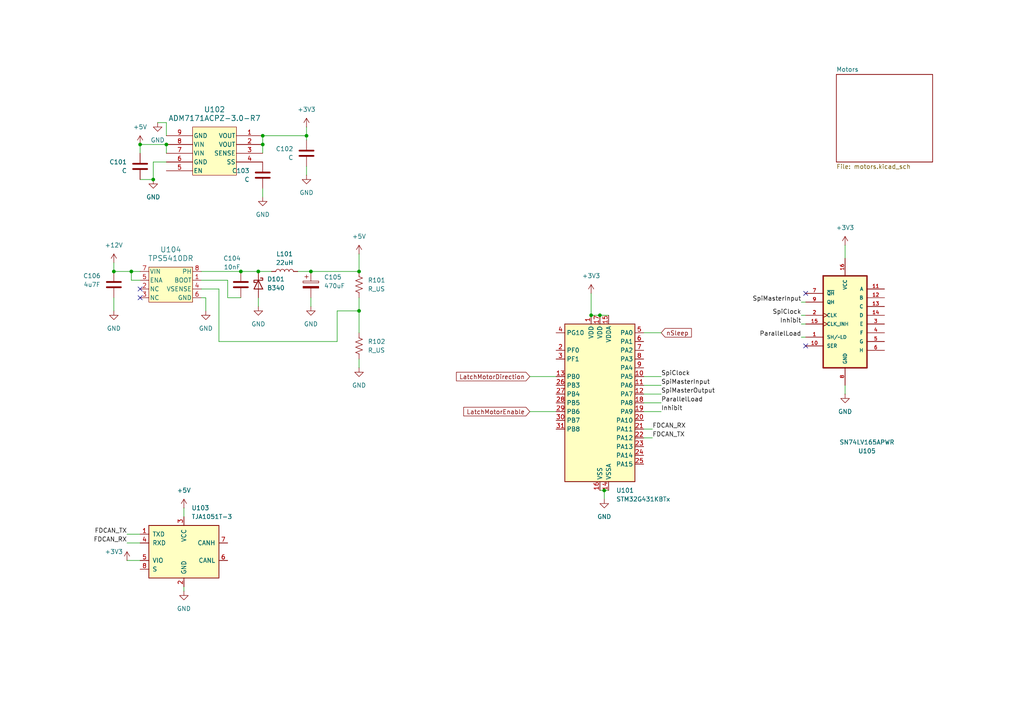
<source format=kicad_sch>
(kicad_sch (version 20231120) (generator "eeschema") (generator_version "8.0")
  (paper "A4")
  (lib_symbols
    (symbol "Device:C" (pin_numbers hide) (pin_names (offset 0.254))
      (property "Reference" "C" (at 0.635 2.54 0))
      (property "Value" "C" (at 0.635 -2.54 0))
      (symbol "C_0_1"
        (polyline (pts (xy -2.032 -0.762) (xy 2.032 -0.762)) (stroke (width 0.508)))
        (polyline (pts (xy -2.032 0.762) (xy 2.032 0.762)) (stroke (width 0.508)))
      )
      (symbol "C_1_1"
        (pin passive line (at 0 3.81 270) (length 2.794) (name "~") (number "1"))
        (pin passive line (at 0 -3.81 90) (length 2.794) (name "~") (number "2"))
      )
    )
    (symbol "Device:C_Polarized" (pin_numbers hide) (pin_names (offset 0.254))
      (property "Reference" "C" (at 0.635 2.54 0))
      (property "Value" "C_Polarized" (at 0.635 -2.54 0))
      (symbol "C_Polarized_0_1"
        (rectangle (start -2.286 0.508) (end 2.286 1.016))
        (polyline (pts (xy -1.778 2.286) (xy -0.762 2.286)))
        (polyline (pts (xy -1.27 2.794) (xy -1.27 1.778)))
        (rectangle (start 2.286 -0.508) (end -2.286 -1.016) (fill (type outline)))
      )
      (symbol "C_Polarized_1_1"
        (pin passive line (at 0 3.81 270) (length 2.794) (name "~") (number "1"))
        (pin passive line (at 0 -3.81 90) (length 2.794) (name "~") (number "2"))
      )
    )
    (symbol "Device:L" (pin_numbers hide) (pin_names (offset 1.016) hide)
      (property "Reference" "L" (at -1.27 0 90))
      (property "Value" "L" (at 1.905 0 90))
      (symbol "L_0_1"
        (arc (start 0 -2.54) (mid 0.6323 -1.905) (end 0 -1.27))
        (arc (start 0 -1.27) (mid 0.6323 -0.635) (end 0 0))
        (arc (start 0 0) (mid 0.6323 0.635) (end 0 1.27))
        (arc (start 0 1.27) (mid 0.6323 1.905) (end 0 2.54))
      )
      (symbol "L_1_1"
        (pin passive line (at 0 3.81 270) (length 1.27) (name "1") (number "1"))
        (pin passive line (at 0 -3.81 90) (length 1.27) (name "2") (number "2"))
      )
    )
    (symbol "Device:R_US" (pin_numbers hide) (pin_names (offset 0))
      (property "Reference" "R" (at 2.54 0 90))
      (property "Value" "R_US" (at -2.54 0 90))
      (symbol "R_US_0_1"
        (polyline (pts (xy 0 -2.286) (xy 0 -2.54)))
        (polyline (pts (xy 0 2.286) (xy 0 2.54)))
        (polyline (pts (xy 0 -0.762) (xy 1.016 -1.143) (xy 0 -1.524) (xy -1.016 -1.905) (xy 0 -2.286)))
        (polyline (pts (xy 0 0.762) (xy 1.016 0.381) (xy 0 0) (xy -1.016 -0.381) (xy 0 -0.762)))
        (polyline (pts (xy 0 2.286) (xy 1.016 1.905) (xy 0 1.524) (xy -1.016 1.143) (xy 0 0.762)))
      )
      (symbol "R_US_1_1"
        (pin passive line (at 0 3.81 270) (length 1.27) (name "~") (number "1"))
        (pin passive line (at 0 -3.81 90) (length 1.27) (name "~") (number "2"))
      )
    )
    (symbol "Diode:B340" (pin_numbers hide) (pin_names (offset 1.016) hide)
      (property "Reference" "D" (at 0 2.54 0))
      (property "Value" "B340" (at 0 -2.54 0))
      (symbol "B340_0_1"
        (polyline (pts (xy 1.27 0) (xy -1.27 0)))
        (polyline (pts (xy 1.27 1.27) (xy 1.27 -1.27) (xy -1.27 0) (xy 1.27 1.27)) (stroke (width 0.254)))
        (polyline (pts (xy -1.905 0.635) (xy -1.905 1.27) (xy -1.27 1.27) (xy -1.27 -1.27) (xy -0.635 -1.27) (xy -0.635 -0.635)) (stroke (width 0.254)))
      )
      (symbol "B340_1_1"
        (pin passive line (at -3.81 0 0) (length 2.54) (name "K") (number "1"))
        (pin passive line (at 3.81 0 180) (length 2.54) (name "A") (number "2"))
      )
    )
    (symbol "Interface_CAN_LIN:TJA1051T-3" (pin_names (offset 1.016))
      (property "Reference" "U" (at -10.16 8.89 0))
      (property "Value" "TJA1051T-3" (at 1.27 8.89 0))
      (symbol "TJA1051T-3_0_1"
        (rectangle (start -10.16 7.62) (end 10.16 -7.62) (stroke (width 0.254)) (fill (type background)))
      )
      (symbol "TJA1051T-3_1_1"
        (pin input line (at -12.7 5.08 0) (length 2.54) (name "TXD") (number "1"))
        (pin power_in line (at 0 -10.16 90) (length 2.54) (name "GND") (number "2"))
        (pin power_in line (at 0 10.16 270) (length 2.54) (name "VCC") (number "3"))
        (pin output line (at -12.7 2.54 0) (length 2.54) (name "RXD") (number "4"))
        (pin power_in line (at -12.7 -2.54 0) (length 2.54) (name "VIO") (number "5"))
        (pin bidirectional line (at 12.7 -2.54 180) (length 2.54) (name "CANL") (number "6"))
        (pin bidirectional line (at 12.7 2.54 180) (length 2.54) (name "CANH") (number "7"))
        (pin input line (at -12.7 -5.08 0) (length 2.54) (name "S") (number "8"))
      )
    )
    (symbol "Local_symbols:ADM7171ACPZ-3.0-R7" (pin_names (offset 0.254))
      (property "Reference" "U" (at 0 15.24 0))
      (property "Value" "ADM7171ACPZ-3.0-R7" (at 0 12.7 0))
      (symbol "ADM7171ACPZ-3.0-R7_0_1"
        (pin output line (at -15.24 5.08 0) (length 7.62) (name "VOUT") (number "1"))
        (pin output line (at -15.24 2.54 0) (length 7.62) (name "VOUT") (number "2"))
        (pin unspecified line (at -15.24 0 0) (length 7.62) (name "SENSE") (number "3"))
        (pin unspecified line (at -15.24 -2.54 0) (length 7.62) (name "SS") (number "4"))
        (pin input line (at 12.7 -5.08 180) (length 7.62) (name "EN") (number "5"))
        (pin power_out line (at 12.7 -2.54 180) (length 7.62) (name "GND") (number "6"))
        (pin power_in line (at 12.7 0 180) (length 7.62) (name "VIN") (number "7"))
        (pin power_in line (at 12.7 2.54 180) (length 7.62) (name "VIN") (number "8"))
        (pin power_out line (at 12.7 5.08 180) (length 7.62) (name "GND") (number "9"))
      )
      (symbol "ADM7171ACPZ-3.0-R7_1_1"
        (rectangle (start -7.62 7.62) (end 5.08 -6.35) (fill (type background)))
      )
    )
    (symbol "Local_symbols:SN74LV165APWR" (pin_names (offset 1.016))
      (property "Reference" "U105" (at -6.35 -38.1 0))
      (property "Value" "SN74LV165APWR" (at -6.35 -35.56 0))
      (symbol "SN74LV165APWR_0_0"
        (rectangle (start -6.35 12.7) (end 6.35 -13.97) (stroke (width 0.41)) (fill (type background)))
        (pin input line (at 11.43 -5.08 180) (length 5.08) (name "SH/~LD") (number "1"))
        (pin input line (at 11.43 -7.62 180) (length 5.08) (name "SER") (number "10"))
        (pin input line (at -11.43 8.89 0) (length 5.08) (name "A") (number "11"))
        (pin input line (at -11.43 6.35 0) (length 5.08) (name "B") (number "12"))
        (pin input line (at -11.43 3.81 0) (length 5.08) (name "C") (number "13"))
        (pin input line (at -11.43 1.27 0) (length 5.08) (name "D") (number "14"))
        (pin input clock (at 11.43 -1.27 180) (length 5.08) (name "CLK_INH") (number "15"))
        (pin power_in line (at 0 17.78 270) (length 5.08) (name "VCC") (number "16"))
        (pin input clock (at 11.43 1.27 180) (length 5.08) (name "CLK") (number "2"))
        (pin input line (at -11.43 -1.27 0) (length 5.08) (name "E") (number "3"))
        (pin input line (at -11.43 -3.81 0) (length 5.08) (name "F") (number "4"))
        (pin input line (at -11.43 -6.35 0) (length 5.08) (name "G") (number "5"))
        (pin input line (at -11.43 -8.89 0) (length 5.08) (name "H") (number "6"))
        (pin output line (at 11.43 7.62 180) (length 5.08) (name "~{QH}") (number "7"))
        (pin power_in line (at 0 -19.05 90) (length 5.08) (name "GND") (number "8"))
        (pin output line (at 11.43 5.08 180) (length 5.08) (name "QH") (number "9"))
      )
    )
    (symbol "Local_symbols:TPS5410DR" (pin_names (offset 0.254))
      (property "Reference" "U104" (at 0 10.16 0))
      (property "Value" "TPS5410DR" (at 0 7.62 0))
      (symbol "TPS5410DR_1_1"
        (rectangle (start -6.35 5.08) (end 6.35 -5.08) (fill (type background)))
        (pin output line (at 8.89 1.27 180) (length 2.54) (name "BOOT") (number "1"))
        (pin unspecified line (at -8.89 -1.27 0) (length 2.54) (name "NC") (number "2"))
        (pin unspecified line (at -8.89 -3.81 0) (length 2.54) (name "NC") (number "3"))
        (pin input line (at 8.89 -1.27 180) (length 2.54) (name "VSENSE") (number "4"))
        (pin input line (at -8.89 1.27 0) (length 2.54) (name "ENA") (number "5"))
        (pin power_in line (at 8.89 -3.81 180) (length 2.54) (name "GND") (number "6"))
        (pin input line (at -8.89 3.81 0) (length 2.54) (name "VIN") (number "7"))
        (pin output line (at 8.89 3.81 180) (length 2.54) (name "PH") (number "8"))
      )
    )
    (symbol "MCU_ST_STM32G4:STM32G431KBTx"
      (property "Reference" "U" (at -10.16 24.13 0))
      (property "Value" "STM32G431KBTx" (at 5.08 24.13 0))
      (symbol "STM32G431KBTx_0_1"
        (rectangle (start -10.16 -22.86) (end 10.16 22.86) (stroke (width 0.254)) (fill (type background)))
      )
      (symbol "STM32G431KBTx_1_1"
        (pin power_in line (at -2.54 25.4 270) (length 2.54) (name "VDD") (number "1"))
        (pin bidirectional line (at 12.7 7.62 180) (length 2.54) (name "PA5") (number "10"))
        (pin bidirectional line (at 12.7 5.08 180) (length 2.54) (name "PA6") (number "11"))
        (pin bidirectional line (at 12.7 2.54 180) (length 2.54) (name "PA7") (number "12"))
        (pin bidirectional line (at -12.7 7.62 0) (length 2.54) (name "PB0") (number "13"))
        (pin power_in line (at 2.54 -25.4 90) (length 2.54) (name "VSSA") (number "14"))
        (pin power_in line (at 2.54 25.4 270) (length 2.54) (name "VDDA") (number "15"))
        (pin power_in line (at 0 -25.4 90) (length 2.54) (name "VSS") (number "16"))
        (pin power_in line (at 0 25.4 270) (length 2.54) (name "VDD") (number "17"))
        (pin bidirectional line (at 12.7 0 180) (length 2.54) (name "PA8") (number "18"))
        (pin bidirectional line (at 12.7 -2.54 180) (length 2.54) (name "PA9") (number "19"))
        (pin bidirectional line (at -12.7 15.24 0) (length 2.54) (name "PF0") (number "2"))
        (pin bidirectional line (at 12.7 -5.08 180) (length 2.54) (name "PA10") (number "20"))
        (pin bidirectional line (at 12.7 -7.62 180) (length 2.54) (name "PA11") (number "21"))
        (pin bidirectional line (at 12.7 -10.16 180) (length 2.54) (name "PA12") (number "22"))
        (pin bidirectional line (at 12.7 -12.7 180) (length 2.54) (name "PA13") (number "23"))
        (pin bidirectional line (at 12.7 -15.24 180) (length 2.54) (name "PA14") (number "24"))
        (pin bidirectional line (at 12.7 -17.78 180) (length 2.54) (name "PA15") (number "25"))
        (pin bidirectional line (at -12.7 5.08 0) (length 2.54) (name "PB3") (number "26"))
        (pin bidirectional line (at -12.7 2.54 0) (length 2.54) (name "PB4") (number "27"))
        (pin bidirectional line (at -12.7 0 0) (length 2.54) (name "PB5") (number "28"))
        (pin bidirectional line (at -12.7 -2.54 0) (length 2.54) (name "PB6") (number "29"))
        (pin bidirectional line (at -12.7 12.7 0) (length 2.54) (name "PF1") (number "3"))
        (pin bidirectional line (at -12.7 -5.08 0) (length 2.54) (name "PB7") (number "30"))
        (pin bidirectional line (at -12.7 -7.62 0) (length 2.54) (name "PB8") (number "31"))
        (pin passive line (at 0 -25.4 90) (length 2.54) hide (name "VSS") (number "32"))
        (pin bidirectional line (at -12.7 20.32 0) (length 2.54) (name "PG10") (number "4"))
        (pin bidirectional line (at 12.7 20.32 180) (length 2.54) (name "PA0") (number "5"))
        (pin bidirectional line (at 12.7 17.78 180) (length 2.54) (name "PA1") (number "6"))
        (pin bidirectional line (at 12.7 15.24 180) (length 2.54) (name "PA2") (number "7"))
        (pin bidirectional line (at 12.7 12.7 180) (length 2.54) (name "PA3") (number "8"))
        (pin bidirectional line (at 12.7 10.16 180) (length 2.54) (name "PA4") (number "9"))
      )
    )
    (symbol "power:+12V" (power) (pin_numbers hide) (pin_names (offset 0) hide)
      (property "Value" "+12V" (at 0 3.556 0))
      (symbol "+12V_0_1"
        (polyline (pts (xy -0.762 1.27) (xy 0 2.54)))
        (polyline (pts (xy 0 0) (xy 0 2.54)))
        (polyline (pts (xy 0 2.54) (xy 0.762 1.27)))
      )
      (symbol "+12V_1_1"
        (pin power_in line (at 0 0 90) (length 0) (name "~") (number "1"))
      )
    )
    (symbol "power:+3V3" (power) (pin_numbers hide) (pin_names (offset 0) hide)
      (property "Value" "+3V3" (at 0 3.556 0))
      (symbol "+3V3_0_1"
        (polyline (pts (xy -0.762 1.27) (xy 0 2.54)))
        (polyline (pts (xy 0 0) (xy 0 2.54)))
        (polyline (pts (xy 0 2.54) (xy 0.762 1.27)))
      )
      (symbol "+3V3_1_1"
        (pin power_in line (at 0 0 90) (length 0) (name "~") (number "1"))
      )
    )
    (symbol "power:+5V" (power) (pin_numbers hide) (pin_names (offset 0) hide)
      (property "Value" "+5V" (at 0 3.556 0))
      (symbol "+5V_0_1"
        (polyline (pts (xy -0.762 1.27) (xy 0 2.54)))
        (polyline (pts (xy 0 0) (xy 0 2.54)))
        (polyline (pts (xy 0 2.54) (xy 0.762 1.27)))
      )
      (symbol "+5V_1_1"
        (pin power_in line (at 0 0 90) (length 0) (name "~") (number "1"))
      )
    )
    (symbol "power:GND" (power) (pin_numbers hide) (pin_names (offset 0) hide)
      (property "Value" "GND" (at 0 -3.81 0))
      (symbol "GND_0_1"
        (polyline (pts (xy 0 0) (xy 0 -1.27) (xy 1.27 -1.27) (xy 0 -2.54) (xy -1.27 -1.27) (xy 0 -1.27)))
      )
      (symbol "GND_1_1"
        (pin power_in line (at 0 0 270) (length 0) (name "~") (number "1"))
      )
    )
  )
  (junction (at 48.26 41.91))
  (junction (at 104.14 78.74))
  (junction (at 88.9 39.37))
  (junction (at 76.2 39.37))
  (junction (at 44.45 52.07))
  (junction (at 74.93 78.74))
  (junction (at 76.2 41.91))
  (junction (at 171.45 91.44))
  (junction (at 173.99 91.44))
  (junction (at 40.64 41.91))
  (junction (at 104.14 90.17))
  (junction (at 33.02 78.74))
  (junction (at 69.85 78.74))
  (junction (at 38.1 78.74))
  (junction (at 90.17 78.74))
  (junction (at 175.26 142.24))
  (no_connect (at 233.68 85.09))
  (no_connect (at 40.64 86.36))
  (no_connect (at 40.64 83.82))
  (no_connect (at 233.68 100.33))
  (wire (pts (xy 86.36 78.74) (xy 90.17 78.74)))
  (wire (pts (xy 153.67 109.22) (xy 161.29 109.22)))
  (wire (pts (xy 63.5 83.82) (xy 63.5 99.06)))
  (wire (pts (xy 36.83 157.48) (xy 40.64 157.48)))
  (wire (pts (xy 88.9 36.83) (xy 88.9 39.37)))
  (wire (pts (xy 59.69 86.36) (xy 58.42 86.36)))
  (wire (pts (xy 232.41 97.79) (xy 233.68 97.79)))
  (wire (pts (xy 171.45 91.44) (xy 173.99 91.44)))
  (wire (pts (xy 153.67 119.38) (xy 161.29 119.38)))
  (wire (pts (xy 186.69 109.22) (xy 191.77 109.22)))
  (wire (pts (xy 175.26 142.24) (xy 175.26 144.78)))
  (wire (pts (xy 104.14 90.17) (xy 104.14 96.52)))
  (wire (pts (xy 36.83 154.94) (xy 40.64 154.94)))
  (wire (pts (xy 245.11 71.12) (xy 245.11 74.93)))
  (wire (pts (xy 88.9 40.64) (xy 88.9 39.37)))
  (wire (pts (xy 33.02 86.36) (xy 33.02 90.17)))
  (wire (pts (xy 186.69 127) (xy 189.23 127)))
  (wire (pts (xy 173.99 91.44) (xy 176.53 91.44)))
  (wire (pts (xy 48.26 41.91) (xy 48.26 44.45)))
  (wire (pts (xy 63.5 99.06) (xy 97.79 99.06)))
  (wire (pts (xy 186.69 124.46) (xy 189.23 124.46)))
  (wire (pts (xy 69.85 78.74) (xy 74.93 78.74)))
  (wire (pts (xy 104.14 90.17) (xy 104.14 86.36)))
  (wire (pts (xy 58.42 78.74) (xy 69.85 78.74)))
  (wire (pts (xy 233.68 87.63) (xy 232.41 87.63)))
  (wire (pts (xy 58.42 83.82) (xy 63.5 83.82)))
  (wire (pts (xy 38.1 78.74) (xy 40.64 78.74)))
  (wire (pts (xy 74.93 78.74) (xy 78.74 78.74)))
  (wire (pts (xy 186.69 111.76) (xy 191.77 111.76)))
  (wire (pts (xy 186.69 119.38) (xy 191.77 119.38)))
  (wire (pts (xy 76.2 41.91) (xy 76.2 44.45)))
  (wire (pts (xy 44.45 46.99) (xy 44.45 52.07)))
  (wire (pts (xy 36.83 162.56) (xy 40.64 162.56)))
  (wire (pts (xy 97.79 90.17) (xy 104.14 90.17)))
  (wire (pts (xy 104.14 73.66) (xy 104.14 78.74)))
  (wire (pts (xy 48.26 46.99) (xy 44.45 46.99)))
  (wire (pts (xy 33.02 78.74) (xy 38.1 78.74)))
  (wire (pts (xy 90.17 86.36) (xy 90.17 88.9)))
  (wire (pts (xy 59.69 90.17) (xy 59.69 86.36)))
  (wire (pts (xy 44.45 52.07) (xy 40.64 52.07)))
  (wire (pts (xy 66.04 86.36) (xy 69.85 86.36)))
  (wire (pts (xy 40.64 44.45) (xy 40.64 41.91)))
  (wire (pts (xy 171.45 85.09) (xy 171.45 91.44)))
  (wire (pts (xy 40.64 81.28) (xy 38.1 81.28)))
  (wire (pts (xy 90.17 78.74) (xy 104.14 78.74)))
  (wire (pts (xy 76.2 39.37) (xy 76.2 41.91)))
  (wire (pts (xy 38.1 81.28) (xy 38.1 78.74)))
  (wire (pts (xy 186.69 116.84) (xy 191.77 116.84)))
  (wire (pts (xy 74.93 86.36) (xy 74.93 88.9)))
  (wire (pts (xy 104.14 104.14) (xy 104.14 106.68)))
  (wire (pts (xy 48.26 35.56) (xy 45.72 35.56)))
  (wire (pts (xy 33.02 76.2) (xy 33.02 78.74)))
  (wire (pts (xy 232.41 93.98) (xy 233.68 93.98)))
  (wire (pts (xy 186.69 96.52) (xy 191.77 96.52)))
  (wire (pts (xy 48.26 35.56) (xy 48.26 39.37)))
  (wire (pts (xy 186.69 114.3) (xy 191.77 114.3)))
  (wire (pts (xy 66.04 81.28) (xy 58.42 81.28)))
  (wire (pts (xy 175.26 142.24) (xy 176.53 142.24)))
  (wire (pts (xy 97.79 99.06) (xy 97.79 90.17)))
  (wire (pts (xy 53.34 147.32) (xy 53.34 149.86)))
  (wire (pts (xy 173.99 142.24) (xy 175.26 142.24)))
  (wire (pts (xy 88.9 39.37) (xy 76.2 39.37)))
  (wire (pts (xy 245.11 111.76) (xy 245.11 114.3)))
  (wire (pts (xy 76.2 54.61) (xy 76.2 57.15)))
  (wire (pts (xy 88.9 48.26) (xy 88.9 50.8)))
  (wire (pts (xy 66.04 86.36) (xy 66.04 81.28)))
  (wire (pts (xy 232.41 91.44) (xy 233.68 91.44)))
  (wire (pts (xy 53.34 170.18) (xy 53.34 171.45)))
  (wire (pts (xy 40.64 41.91) (xy 48.26 41.91)))
  (label "FDCAN_TX" (at 189.23 127 0))
  (label "SpiMasterInput" (at 191.77 111.76 0))
  (label "FDCAN_RX" (at 36.83 157.48 180))
  (label "ParallelLoad" (at 232.41 97.79 180))
  (label "Inhibit" (at 232.41 93.98 180))
  (label "SpiMasterInput" (at 232.41 87.63 180))
  (label "SpiClock" (at 191.77 109.22 0))
  (label "FDCAN_RX" (at 189.23 124.46 0))
  (label "SpiMasterOutput" (at 191.77 114.3 0))
  (label "FDCAN_TX" (at 36.83 154.94 180))
  (label "Inhibit" (at 191.77 119.38 0))
  (label "ParallelLoad" (at 191.77 116.84 0))
  (label "SpiClock" (at 232.41 91.44 180))
  (global_label "LatchMotorDirection" (shape input) (at 153.67 109.22 180) (property "Intersheetrefs" "${INTERSHEET_REFS}" (effects (hide yes))))
  (global_label "LatchMotorEnable" (shape input) (at 153.67 119.38 180) (property "Intersheetrefs" "${INTERSHEET_REFS}" (effects (hide yes))))
  (global_label "nSleep" (shape input) (at 191.77 96.52 0) (property "Intersheetrefs" "${INTERSHEET_REFS}" (effects (hide yes))))
  (symbol (lib_id "Local_symbols:TPS5410DR") (at 49.53 82.55 0) (unit 1)
    (property "Reference" "U104" (at 49.53 72.39 0) (effects (font (size 1.524 1.524))))
    (property "Value" "TPS5410DR" (at 49.53 74.93 0) (effects (font (size 1.524 1.524))))
    (property "Footprint" "Package_SO:SOIC-8-N7_3.9x4.9mm_P1.27mm" (effects (hide yes)))
    (property "Datasheet" "TPS5410DR" (effects (hide yes)))
  )
  (symbol (lib_id "power:GND") (at 59.69 90.17 0) (unit 1)
    (property "Reference" "#PWR0112" (effects (hide yes)))
    (property "Value" "GND" (at 59.69 95.25 0))
    (property "Description" "Power symbol creates a global label with name \"GND\" , ground" (effects (hide yes)))
  )
  (symbol (lib_id "Interface_CAN_LIN:TJA1051T-3") (at 53.34 160.02 0) (unit 1)
    (property "Reference" "U103" (at 55.5341 147.32 0) (effects (justify left)))
    (property "Value" "TJA1051T-3" (at 55.5341 149.86 0) (effects (justify left)))
    (property "Footprint" "Package_SO:SOIC-8_3.9x4.9mm_P1.27mm" (effects (hide yes)))
    (property "Datasheet" "http://www.nxp.com/docs/en/data-sheet/TJA1051.pdf" (effects (hide yes)))
    (property "Description" "High-Speed CAN Transceiver, separate VIO, silent mode, SOIC-8" (effects (hide yes)))
  )
  (symbol (lib_id "Device:C") (at 69.85 82.55 180) (unit 1)
    (property "Reference" "C104" (at 67.31 74.93 0))
    (property "Value" "10nF" (at 67.31 77.47 0))
    (property "Description" "Unpolarized capacitor" (effects (hide yes)))
  )
  (symbol (lib_id "power:+3V3") (at 171.45 85.09 0) (unit 1)
    (property "Reference" "#PWR0107" (effects (hide yes)))
    (property "Value" "+3V3" (at 171.45 80.01 0))
    (property "Description" "Power symbol creates a global label with name \"+3V3\"" (effects (hide yes)))
  )
  (symbol (lib_id "Device:R_US") (at 104.14 100.33 0) (unit 1)
    (property "Reference" "R102" (at 106.68 99.0599 0) (effects (justify left)))
    (property "Value" "R_US" (at 106.68 101.5999 0) (effects (justify left)))
    (property "Description" "Resistor, US symbol" (effects (hide yes)))
  )
  (symbol (lib_id "Device:L") (at 82.55 78.74 90) (unit 1)
    (property "Reference" "L101" (at 82.55 73.66 90))
    (property "Value" "22uH" (at 82.55 76.2 90))
    (property "Description" "Inductor" (effects (hide yes)))
  )
  (symbol (lib_id "power:GND") (at 33.02 90.17 0) (unit 1)
    (property "Reference" "#PWR0117" (effects (hide yes)))
    (property "Value" "GND" (at 33.02 95.25 0))
    (property "Description" "Power symbol creates a global label with name \"GND\" , ground" (effects (hide yes)))
  )
  (symbol (lib_id "Device:C") (at 88.9 44.45 0) (mirror y) (unit 1)
    (property "Reference" "C102" (at 85.09 43.1799 0) (effects (justify left)))
    (property "Value" "C" (at 85.09 45.7199 0) (effects (justify left)))
    (property "Description" "Unpolarized capacitor" (effects (hide yes)))
  )
  (symbol (lib_id "power:+3V3") (at 245.11 71.12 0) (unit 1)
    (property "Reference" "#PWR0120" (effects (hide yes)))
    (property "Value" "+3V3" (at 245.11 66.04 0))
    (property "Description" "Power symbol creates a global label with name \"+3V3\"" (effects (hide yes)))
  )
  (symbol (lib_id "power:GND") (at 45.72 35.56 0) (mirror y) (unit 1)
    (property "Reference" "#PWR0103" (effects (hide yes)))
    (property "Value" "GND" (at 45.72 40.64 0))
    (property "Description" "Power symbol creates a global label with name \"GND\" , ground" (effects (hide yes)))
  )
  (symbol (lib_id "power:GND") (at 44.45 52.07 0) (mirror y) (unit 1)
    (property "Reference" "#PWR0104" (effects (hide yes)))
    (property "Value" "GND" (at 44.45 57.15 0))
    (property "Description" "Power symbol creates a global label with name \"GND\" , ground" (effects (hide yes)))
  )
  (symbol (lib_id "power:GND") (at 90.17 88.9 0) (unit 1)
    (property "Reference" "#PWR0115" (effects (hide yes)))
    (property "Value" "GND" (at 90.17 93.98 0))
    (property "Description" "Power symbol creates a global label with name \"GND\" , ground" (effects (hide yes)))
  )
  (symbol (lib_id "Diode:B340") (at 74.93 82.55 270) (unit 1)
    (property "Reference" "D101" (at 77.47 80.9624 90) (effects (justify left)))
    (property "Value" "B340" (at 77.47 83.5024 90) (effects (justify left)))
    (property "Footprint" "Diode_SMD:D_SMC" (effects (hide yes)))
    (property "Datasheet" "http://www.jameco.com/Jameco/Products/ProdDS/1538777.pdf" (effects (hide yes)))
    (property "Description" "40V 3A Schottky Barrier Rectifier Diode, SMC" (effects (hide yes)))
  )
  (symbol (lib_id "power:GND") (at 53.34 171.45 0) (unit 1)
    (property "Reference" "#PWR0110" (effects (hide yes)))
    (property "Value" "GND" (at 53.34 176.53 0))
    (property "Description" "Power symbol creates a global label with name \"GND\" , ground" (effects (hide yes)))
  )
  (symbol (lib_id "Device:C") (at 40.64 48.26 0) (mirror y) (unit 1)
    (property "Reference" "C101" (at 36.83 46.9899 0) (effects (justify left)))
    (property "Value" "C" (at 36.83 49.5299 0) (effects (justify left)))
    (property "Description" "Unpolarized capacitor" (effects (hide yes)))
  )
  (symbol (lib_id "power:GND") (at 88.9 50.8 0) (mirror y) (unit 1)
    (property "Reference" "#PWR0101" (effects (hide yes)))
    (property "Value" "GND" (at 88.9 55.88 0))
    (property "Description" "Power symbol creates a global label with name \"GND\" , ground" (effects (hide yes)))
  )
  (symbol (lib_id "power:+3V3") (at 36.83 162.56 0) (unit 1)
    (property "Reference" "#PWR0108" (effects (hide yes)))
    (property "Value" "+3V3" (at 33.02 160.02 0))
    (property "Description" "Power symbol creates a global label with name \"+3V3\"" (effects (hide yes)))
  )
  (symbol (lib_id "Local_symbols:ADM7171ACPZ-3.0-R7") (at 60.96 44.45 0) (mirror y) (unit 1)
    (property "Reference" "U102" (at 62.23 31.75 0) (effects (font (size 1.524 1.524))))
    (property "Value" "ADM7171ACPZ-3.0-R7" (at 62.23 34.29 0) (effects (font (size 1.524 1.524))))
    (property "Footprint" "Local_Footprints:LFCSP-8-1EP_3x3mm_P0.5mm_EP_1.70x2.54mm" (effects (hide yes)))
    (property "Datasheet" "ADM7171ACPZ-3.0-R7" (effects (hide yes)))
  )
  (symbol (lib_id "power:GND") (at 245.11 114.3 0) (unit 1)
    (property "Reference" "#PWR0119" (effects (hide yes)))
    (property "Value" "GND" (at 245.11 119.38 0))
    (property "Description" "Power symbol creates a global label with name \"GND\" , ground" (effects (hide yes)))
  )
  (symbol (lib_id "power:+5V") (at 40.64 41.91 0) (mirror y) (unit 1)
    (property "Reference" "#PWR0106" (effects (hide yes)))
    (property "Value" "+5V" (at 40.64 36.83 0))
    (property "Description" "Power symbol creates a global label with name \"+5V\"" (effects (hide yes)))
  )
  (symbol (lib_id "MCU_ST_STM32G4:STM32G431KBTx") (at 173.99 116.84 0) (unit 1)
    (property "Reference" "U101" (at 178.7241 142.24 0) (effects (justify left)))
    (property "Value" "STM32G431KBTx" (at 178.7241 144.78 0) (effects (justify left)))
    (property "Footprint" "Package_QFP:LQFP-32_7x7mm_P0.8mm" (effects (hide yes)))
    (property "Datasheet" "https://www.st.com/resource/en/datasheet/stm32g431kb.pdf" (effects (hide yes)))
    (property "Description" "STMicroelectronics Arm Cortex-M4 MCU, 128KB flash, 32KB RAM, 170 MHz, 1.71-3.6V, 26 GPIO, LQFP32" (effects (hide yes)))
  )
  (symbol (lib_id "power:GND") (at 76.2 57.15 0) (mirror y) (unit 1)
    (property "Reference" "#PWR0102" (effects (hide yes)))
    (property "Value" "GND" (at 76.2 62.23 0))
    (property "Description" "Power symbol creates a global label with name \"GND\" , ground" (effects (hide yes)))
  )
  (symbol (lib_id "power:GND") (at 74.93 88.9 0) (unit 1)
    (property "Reference" "#PWR0114" (effects (hide yes)))
    (property "Value" "GND" (at 74.93 93.98 0))
    (property "Description" "Power symbol creates a global label with name \"GND\" , ground" (effects (hide yes)))
  )
  (symbol (lib_id "power:+5V") (at 104.14 73.66 0) (mirror y) (unit 1)
    (property "Reference" "#PWR0118" (effects (hide yes)))
    (property "Value" "+5V" (at 104.14 68.58 0))
    (property "Description" "Power symbol creates a global label with name \"+5V\"" (effects (hide yes)))
  )
  (symbol (lib_id "Device:C_Polarized") (at 90.17 82.55 0) (unit 1)
    (property "Reference" "C105" (at 93.98 80.3909 0) (effects (justify left)))
    (property "Value" "470uF" (at 93.98 82.9309 0) (effects (justify left)))
    (property "Description" "Polarized capacitor" (effects (hide yes)))
  )
  (symbol (lib_id "power:+5V") (at 53.34 147.32 0) (unit 1)
    (property "Reference" "#PWR0109" (effects (hide yes)))
    (property "Value" "+5V" (at 53.34 142.24 0))
    (property "Description" "Power symbol creates a global label with name \"+5V\"" (effects (hide yes)))
  )
  (symbol (lib_id "Device:R_US") (at 104.14 82.55 0) (unit 1)
    (property "Reference" "R101" (at 106.68 81.2799 0) (effects (justify left)))
    (property "Value" "R_US" (at 106.68 83.8199 0) (effects (justify left)))
    (property "Description" "Resistor, US symbol" (effects (hide yes)))
  )
  (symbol (lib_id "power:GND") (at 175.26 144.78 0) (unit 1)
    (property "Reference" "#PWR0111" (effects (hide yes)))
    (property "Value" "GND" (at 175.26 149.86 0))
    (property "Description" "Power symbol creates a global label with name \"GND\" , ground" (effects (hide yes)))
  )
  (symbol (lib_id "power:+3V3") (at 88.9 36.83 0) (mirror y) (unit 1)
    (property "Reference" "#PWR0105" (effects (hide yes)))
    (property "Value" "+3V3" (at 88.9 31.75 0))
    (property "Description" "Power symbol creates a global label with name \"+3V3\"" (effects (hide yes)))
  )
  (symbol (lib_id "power:GND") (at 104.14 106.68 0) (unit 1)
    (property "Reference" "#PWR0116" (effects (hide yes)))
    (property "Value" "GND" (at 104.14 111.76 0))
    (property "Description" "Power symbol creates a global label with name \"GND\" , ground" (effects (hide yes)))
  )
  (symbol (lib_id "Device:C") (at 33.02 82.55 180) (unit 1)
    (property "Reference" "C106" (at 26.67 80.01 0))
    (property "Value" "4u7F" (at 26.67 82.55 0))
    (property "Description" "Unpolarized capacitor" (effects (hide yes)))
  )
  (symbol (lib_id "Device:C") (at 76.2 50.8 0) (mirror y) (unit 1)
    (property "Reference" "C103" (at 72.39 49.5299 0) (effects (justify left)))
    (property "Value" "C" (at 72.39 52.0699 0) (effects (justify left)))
    (property "Description" "Unpolarized capacitor" (effects (hide yes)))
  )
  (symbol (lib_id "power:+12V") (at 33.02 76.2 0) (unit 1)
    (property "Reference" "#PWR0113" (effects (hide yes)))
    (property "Value" "+12V" (at 33.02 71.12 0))
    (property "Description" "Power symbol creates a global label with name \"+12V\"" (effects (hide yes)))
  )
  (symbol (lib_id "Local_symbols:SN74LV165APWR") (at 245.11 92.71 0) (mirror y) (unit 1)
    (property "Reference" "U105" (at 251.46 130.81 0))
    (property "Value" "SN74LV165APWR" (at 251.46 128.27 0))
    (property "Footprint" "Package_SO:TSSOP-16_4.4x5mm_P0.65mm" (effects (hide yes)))
  )
  (sheet (at 242.57 21.59) (size 27.94 25.4) (stroke (width 0.1524))
    (property "Sheetname" "Motors" (at 242.57 20.8784 0) (effects (justify left bottom)))
    (property "Sheetfile" "motors.kicad_sch" (at 242.57 47.5746 0) (effects (justify left top)))
  )
)
</source>
